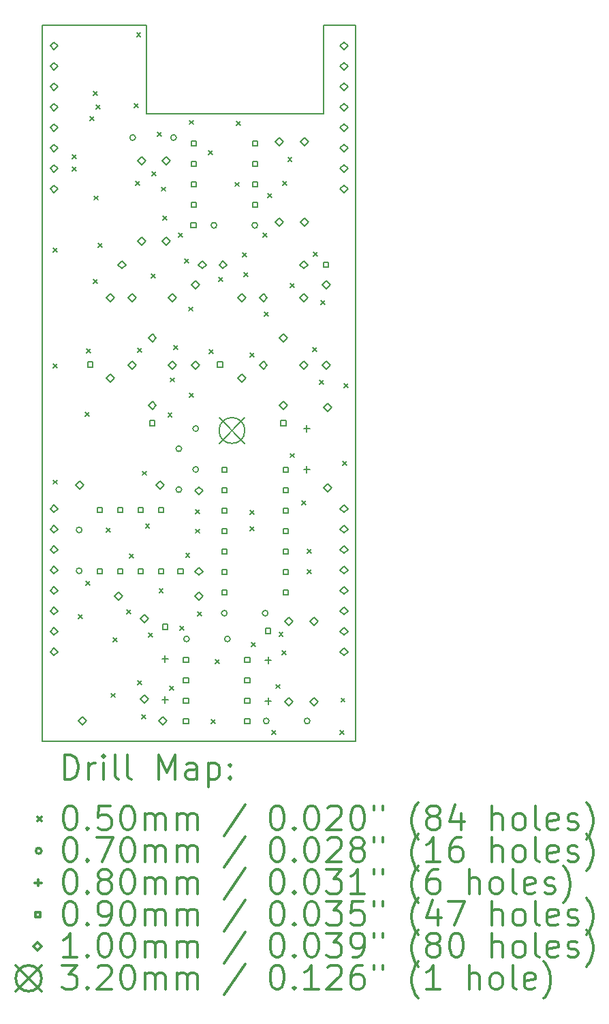
<source format=gbr>
%FSLAX45Y45*%
G04 Gerber Fmt 4.5, Leading zero omitted, Abs format (unit mm)*
G04 Created by KiCad (PCBNEW (2016-08-20 BZR 7083)-product) date Wed Apr 22 08:43:59 2020*
%MOMM*%
%LPD*%
G01*
G04 APERTURE LIST*
%ADD10C,0.127000*%
%ADD11C,0.150000*%
%ADD12C,0.200000*%
%ADD13C,0.300000*%
G04 APERTURE END LIST*
D10*
D11*
X3500000Y8900000D02*
X3900000Y8900000D01*
X1300000Y8900000D02*
X0Y8900000D01*
X1300000Y8900000D02*
X1300000Y7800000D01*
X3500000Y7800000D02*
X3500000Y8900000D01*
X1300000Y7800000D02*
X3500000Y7800000D01*
X0Y8900000D02*
X0Y0D01*
X3900000Y0D02*
X3900000Y8900000D01*
X0Y0D02*
X3900000Y0D01*
D12*
X135000Y6125000D02*
X185000Y6075000D01*
X185000Y6125000D02*
X135000Y6075000D01*
X135000Y4685000D02*
X185000Y4635000D01*
X185000Y4685000D02*
X135000Y4635000D01*
X135000Y3245000D02*
X185000Y3195000D01*
X185000Y3245000D02*
X135000Y3195000D01*
X375000Y7285000D02*
X425000Y7235000D01*
X425000Y7285000D02*
X375000Y7235000D01*
X375000Y7135000D02*
X425000Y7085000D01*
X425000Y7135000D02*
X375000Y7085000D01*
X455000Y1575000D02*
X505000Y1525000D01*
X505000Y1575000D02*
X455000Y1525000D01*
X535000Y4085000D02*
X585000Y4035000D01*
X585000Y4085000D02*
X535000Y4035000D01*
X545000Y1985000D02*
X595000Y1935000D01*
X595000Y1985000D02*
X545000Y1935000D01*
X555000Y4875000D02*
X605000Y4825000D01*
X605000Y4875000D02*
X555000Y4825000D01*
X595000Y7765000D02*
X645000Y7715000D01*
X645000Y7765000D02*
X595000Y7715000D01*
X635000Y8075000D02*
X685000Y8025000D01*
X685000Y8075000D02*
X635000Y8025000D01*
X635000Y5735000D02*
X685000Y5685000D01*
X685000Y5735000D02*
X635000Y5685000D01*
X645000Y6775000D02*
X695000Y6725000D01*
X695000Y6775000D02*
X645000Y6725000D01*
X675000Y7905000D02*
X725000Y7855000D01*
X725000Y7905000D02*
X675000Y7855000D01*
X695000Y6185000D02*
X745000Y6135000D01*
X745000Y6185000D02*
X695000Y6135000D01*
X795000Y2645000D02*
X845000Y2595000D01*
X845000Y2645000D02*
X795000Y2595000D01*
X855000Y595000D02*
X905000Y545000D01*
X905000Y595000D02*
X855000Y545000D01*
X885000Y1285000D02*
X935000Y1235000D01*
X935000Y1285000D02*
X885000Y1235000D01*
X1055000Y1635000D02*
X1105000Y1585000D01*
X1105000Y1635000D02*
X1055000Y1585000D01*
X1085000Y2325000D02*
X1135000Y2275000D01*
X1135000Y2325000D02*
X1085000Y2275000D01*
X1145000Y7925000D02*
X1195000Y7875000D01*
X1195000Y7925000D02*
X1145000Y7875000D01*
X1165000Y6955000D02*
X1215000Y6905000D01*
X1215000Y6955000D02*
X1165000Y6905000D01*
X1175000Y8805000D02*
X1225000Y8755000D01*
X1225000Y8805000D02*
X1175000Y8755000D01*
X1185000Y4885000D02*
X1235000Y4835000D01*
X1235000Y4885000D02*
X1185000Y4835000D01*
X1185000Y755000D02*
X1235000Y705000D01*
X1235000Y755000D02*
X1185000Y705000D01*
X1235000Y325000D02*
X1285000Y275000D01*
X1285000Y325000D02*
X1235000Y275000D01*
X1245000Y3355000D02*
X1295000Y3305000D01*
X1295000Y3355000D02*
X1245000Y3305000D01*
X1285000Y2695000D02*
X1335000Y2645000D01*
X1335000Y2695000D02*
X1285000Y2645000D01*
X1325000Y1345000D02*
X1375000Y1295000D01*
X1375000Y1345000D02*
X1325000Y1295000D01*
X1355000Y5805000D02*
X1405000Y5755000D01*
X1405000Y5805000D02*
X1355000Y5755000D01*
X1365000Y7075000D02*
X1415000Y7025000D01*
X1415000Y7075000D02*
X1365000Y7025000D01*
X1435000Y7565000D02*
X1485000Y7515000D01*
X1485000Y7565000D02*
X1435000Y7515000D01*
X1455000Y1895000D02*
X1505000Y1845000D01*
X1505000Y1895000D02*
X1455000Y1845000D01*
X1485000Y6885000D02*
X1535000Y6835000D01*
X1535000Y6885000D02*
X1485000Y6835000D01*
X1505000Y6525000D02*
X1555000Y6475000D01*
X1555000Y6525000D02*
X1505000Y6475000D01*
X1565000Y4075000D02*
X1615000Y4025000D01*
X1615000Y4075000D02*
X1565000Y4025000D01*
X1585000Y685000D02*
X1635000Y635000D01*
X1635000Y685000D02*
X1585000Y635000D01*
X1595000Y4515000D02*
X1645000Y4465000D01*
X1645000Y4515000D02*
X1595000Y4465000D01*
X1635000Y4915000D02*
X1685000Y4865000D01*
X1685000Y4915000D02*
X1635000Y4865000D01*
X1695000Y6315000D02*
X1745000Y6265000D01*
X1745000Y6315000D02*
X1695000Y6265000D01*
X1715000Y1425000D02*
X1765000Y1375000D01*
X1765000Y1425000D02*
X1715000Y1375000D01*
X1775000Y5995000D02*
X1825000Y5945000D01*
X1825000Y5995000D02*
X1775000Y5945000D01*
X1785000Y2335000D02*
X1835000Y2285000D01*
X1835000Y2335000D02*
X1785000Y2285000D01*
X1825000Y5395000D02*
X1875000Y5345000D01*
X1875000Y5395000D02*
X1825000Y5345000D01*
X1835000Y7715000D02*
X1885000Y7665000D01*
X1885000Y7715000D02*
X1835000Y7665000D01*
X1835000Y4325000D02*
X1885000Y4275000D01*
X1885000Y4325000D02*
X1835000Y4275000D01*
X1905000Y2875000D02*
X1955000Y2825000D01*
X1955000Y2875000D02*
X1905000Y2825000D01*
X1905000Y2635000D02*
X1955000Y2585000D01*
X1955000Y2635000D02*
X1905000Y2585000D01*
X1935000Y1605000D02*
X1985000Y1555000D01*
X1985000Y1605000D02*
X1935000Y1555000D01*
X2065000Y7335000D02*
X2115000Y7285000D01*
X2115000Y7335000D02*
X2065000Y7285000D01*
X2075000Y4865000D02*
X2125000Y4815000D01*
X2125000Y4865000D02*
X2075000Y4815000D01*
X2105000Y265000D02*
X2155000Y215000D01*
X2155000Y265000D02*
X2105000Y215000D01*
X2155000Y1015000D02*
X2205000Y965000D01*
X2205000Y1015000D02*
X2155000Y965000D01*
X2195000Y5765000D02*
X2245000Y5715000D01*
X2245000Y5765000D02*
X2195000Y5715000D01*
X2395000Y6945000D02*
X2445000Y6895000D01*
X2445000Y6945000D02*
X2395000Y6895000D01*
X2415000Y7705000D02*
X2465000Y7655000D01*
X2465000Y7705000D02*
X2415000Y7655000D01*
X2495000Y6065000D02*
X2545000Y6015000D01*
X2545000Y6065000D02*
X2495000Y6015000D01*
X2505000Y5825000D02*
X2555000Y5775000D01*
X2555000Y5825000D02*
X2505000Y5775000D01*
X2585000Y4825000D02*
X2635000Y4775000D01*
X2635000Y4825000D02*
X2585000Y4775000D01*
X2585000Y2865000D02*
X2635000Y2815000D01*
X2635000Y2865000D02*
X2585000Y2815000D01*
X2585000Y2665000D02*
X2635000Y2615000D01*
X2635000Y2665000D02*
X2585000Y2615000D01*
X2605000Y1225000D02*
X2655000Y1175000D01*
X2655000Y1225000D02*
X2605000Y1175000D01*
X2745000Y6315000D02*
X2795000Y6265000D01*
X2795000Y6315000D02*
X2745000Y6265000D01*
X2765000Y5335000D02*
X2815000Y5285000D01*
X2815000Y5335000D02*
X2765000Y5285000D01*
X2805000Y6805000D02*
X2855000Y6755000D01*
X2855000Y6805000D02*
X2805000Y6755000D01*
X2855000Y135000D02*
X2905000Y85000D01*
X2905000Y135000D02*
X2855000Y85000D01*
X2905000Y705000D02*
X2955000Y655000D01*
X2955000Y705000D02*
X2905000Y655000D01*
X2945000Y1355000D02*
X2995000Y1305000D01*
X2995000Y1355000D02*
X2945000Y1305000D01*
X2985000Y1125000D02*
X3035000Y1075000D01*
X3035000Y1125000D02*
X2985000Y1075000D01*
X2995000Y6955000D02*
X3045000Y6905000D01*
X3045000Y6955000D02*
X2995000Y6905000D01*
X3055000Y7255000D02*
X3105000Y7205000D01*
X3105000Y7255000D02*
X3055000Y7205000D01*
X3085000Y5685000D02*
X3135000Y5635000D01*
X3135000Y5685000D02*
X3085000Y5635000D01*
X3085000Y3575000D02*
X3135000Y3525000D01*
X3135000Y3575000D02*
X3085000Y3525000D01*
X3225000Y2985000D02*
X3275000Y2935000D01*
X3275000Y2985000D02*
X3225000Y2935000D01*
X3295000Y2385000D02*
X3345000Y2335000D01*
X3345000Y2385000D02*
X3295000Y2335000D01*
X3295000Y2135000D02*
X3345000Y2085000D01*
X3345000Y2135000D02*
X3295000Y2085000D01*
X3365000Y4895000D02*
X3415000Y4845000D01*
X3415000Y4895000D02*
X3365000Y4845000D01*
X3375000Y6075000D02*
X3425000Y6025000D01*
X3425000Y6075000D02*
X3375000Y6025000D01*
X3445000Y4485000D02*
X3495000Y4435000D01*
X3495000Y4485000D02*
X3445000Y4435000D01*
X3465000Y5475000D02*
X3515000Y5425000D01*
X3515000Y5475000D02*
X3465000Y5425000D01*
X3705000Y135000D02*
X3755000Y85000D01*
X3755000Y135000D02*
X3705000Y85000D01*
X3715000Y535000D02*
X3765000Y485000D01*
X3765000Y535000D02*
X3715000Y485000D01*
X3735000Y3475000D02*
X3785000Y3425000D01*
X3785000Y3475000D02*
X3735000Y3425000D01*
X3755000Y4445000D02*
X3805000Y4395000D01*
X3805000Y4445000D02*
X3755000Y4395000D01*
X495000Y2624000D02*
G75*
G03X495000Y2624000I-35000J0D01*
G01*
X495000Y2116000D02*
G75*
G03X495000Y2116000I-35000J0D01*
G01*
X1161000Y7500000D02*
G75*
G03X1161000Y7500000I-35000J0D01*
G01*
X1669000Y7500000D02*
G75*
G03X1669000Y7500000I-35000J0D01*
G01*
X1735000Y3634000D02*
G75*
G03X1735000Y3634000I-35000J0D01*
G01*
X1735000Y3126000D02*
G75*
G03X1735000Y3126000I-35000J0D01*
G01*
X1831000Y1270000D02*
G75*
G03X1831000Y1270000I-35000J0D01*
G01*
X1945000Y3884000D02*
G75*
G03X1945000Y3884000I-35000J0D01*
G01*
X1945000Y3376000D02*
G75*
G03X1945000Y3376000I-35000J0D01*
G01*
X2171000Y6410000D02*
G75*
G03X2171000Y6410000I-35000J0D01*
G01*
X2301000Y1590000D02*
G75*
G03X2301000Y1590000I-35000J0D01*
G01*
X2339000Y1270000D02*
G75*
G03X2339000Y1270000I-35000J0D01*
G01*
X2679000Y6410000D02*
G75*
G03X2679000Y6410000I-35000J0D01*
G01*
X2809000Y1590000D02*
G75*
G03X2809000Y1590000I-35000J0D01*
G01*
X2821000Y250000D02*
G75*
G03X2821000Y250000I-35000J0D01*
G01*
X3329000Y250000D02*
G75*
G03X3329000Y250000I-35000J0D01*
G01*
X1530000Y1064000D02*
X1530000Y984000D01*
X1490000Y1024000D02*
X1570000Y1024000D01*
X1530000Y556000D02*
X1530000Y476000D01*
X1490000Y516000D02*
X1570000Y516000D01*
X2810000Y1044000D02*
X2810000Y964000D01*
X2770000Y1004000D02*
X2850000Y1004000D01*
X2810000Y536000D02*
X2810000Y456000D01*
X2770000Y496000D02*
X2850000Y496000D01*
X3290000Y3924000D02*
X3290000Y3844000D01*
X3250000Y3884000D02*
X3330000Y3884000D01*
X3290000Y3416000D02*
X3290000Y3336000D01*
X3250000Y3376000D02*
X3330000Y3376000D01*
X631820Y4648180D02*
X631820Y4711820D01*
X568180Y4711820D01*
X568180Y4648180D01*
X631820Y4648180D01*
X750820Y2839180D02*
X750820Y2902820D01*
X687180Y2902820D01*
X687180Y2839180D01*
X750820Y2839180D01*
X750820Y2077180D02*
X750820Y2140820D01*
X687180Y2140820D01*
X687180Y2077180D01*
X750820Y2077180D01*
X1004820Y2839180D02*
X1004820Y2902820D01*
X941180Y2902820D01*
X941180Y2839180D01*
X1004820Y2839180D01*
X1004820Y2077180D02*
X1004820Y2140820D01*
X941180Y2140820D01*
X941180Y2077180D01*
X1004820Y2077180D01*
X1258820Y2839180D02*
X1258820Y2902820D01*
X1195180Y2902820D01*
X1195180Y2839180D01*
X1258820Y2839180D01*
X1258820Y2077180D02*
X1258820Y2140820D01*
X1195180Y2140820D01*
X1195180Y2077180D01*
X1258820Y2077180D01*
X1401820Y3918180D02*
X1401820Y3981820D01*
X1338180Y3981820D01*
X1338180Y3918180D01*
X1401820Y3918180D01*
X1512820Y2839180D02*
X1512820Y2902820D01*
X1449180Y2902820D01*
X1449180Y2839180D01*
X1512820Y2839180D01*
X1512820Y2077180D02*
X1512820Y2140820D01*
X1449180Y2140820D01*
X1449180Y2077180D01*
X1512820Y2077180D01*
X1561820Y1388180D02*
X1561820Y1451820D01*
X1498180Y1451820D01*
X1498180Y1388180D01*
X1561820Y1388180D01*
X1751820Y2078180D02*
X1751820Y2141820D01*
X1688180Y2141820D01*
X1688180Y2078180D01*
X1751820Y2078180D01*
X1820820Y979180D02*
X1820820Y1042820D01*
X1757180Y1042820D01*
X1757180Y979180D01*
X1820820Y979180D01*
X1820820Y725180D02*
X1820820Y788820D01*
X1757180Y788820D01*
X1757180Y725180D01*
X1820820Y725180D01*
X1820820Y471180D02*
X1820820Y534820D01*
X1757180Y534820D01*
X1757180Y471180D01*
X1820820Y471180D01*
X1820820Y217180D02*
X1820820Y280820D01*
X1757180Y280820D01*
X1757180Y217180D01*
X1820820Y217180D01*
X1911820Y6378180D02*
X1911820Y6441820D01*
X1848180Y6441820D01*
X1848180Y6378180D01*
X1911820Y6378180D01*
X1915820Y7394180D02*
X1915820Y7457820D01*
X1852180Y7457820D01*
X1852180Y7394180D01*
X1915820Y7394180D01*
X1915820Y7140180D02*
X1915820Y7203820D01*
X1852180Y7203820D01*
X1852180Y7140180D01*
X1915820Y7140180D01*
X1915820Y6886180D02*
X1915820Y6949820D01*
X1852180Y6949820D01*
X1852180Y6886180D01*
X1915820Y6886180D01*
X1915820Y6632180D02*
X1915820Y6695820D01*
X1852180Y6695820D01*
X1852180Y6632180D01*
X1915820Y6632180D01*
X2241820Y4648180D02*
X2241820Y4711820D01*
X2178180Y4711820D01*
X2178180Y4648180D01*
X2241820Y4648180D01*
X2300820Y3340180D02*
X2300820Y3403820D01*
X2237180Y3403820D01*
X2237180Y3340180D01*
X2300820Y3340180D01*
X2300820Y3086180D02*
X2300820Y3149820D01*
X2237180Y3149820D01*
X2237180Y3086180D01*
X2300820Y3086180D01*
X2300820Y2832180D02*
X2300820Y2895820D01*
X2237180Y2895820D01*
X2237180Y2832180D01*
X2300820Y2832180D01*
X2300820Y2578180D02*
X2300820Y2641820D01*
X2237180Y2641820D01*
X2237180Y2578180D01*
X2300820Y2578180D01*
X2300820Y2324180D02*
X2300820Y2387820D01*
X2237180Y2387820D01*
X2237180Y2324180D01*
X2300820Y2324180D01*
X2300820Y2070180D02*
X2300820Y2133820D01*
X2237180Y2133820D01*
X2237180Y2070180D01*
X2300820Y2070180D01*
X2300820Y1816180D02*
X2300820Y1879820D01*
X2237180Y1879820D01*
X2237180Y1816180D01*
X2300820Y1816180D01*
X2582820Y979180D02*
X2582820Y1042820D01*
X2519180Y1042820D01*
X2519180Y979180D01*
X2582820Y979180D01*
X2582820Y725180D02*
X2582820Y788820D01*
X2519180Y788820D01*
X2519180Y725180D01*
X2582820Y725180D01*
X2582820Y471180D02*
X2582820Y534820D01*
X2519180Y534820D01*
X2519180Y471180D01*
X2582820Y471180D01*
X2582820Y217180D02*
X2582820Y280820D01*
X2519180Y280820D01*
X2519180Y217180D01*
X2582820Y217180D01*
X2677820Y7394180D02*
X2677820Y7457820D01*
X2614180Y7457820D01*
X2614180Y7394180D01*
X2677820Y7394180D01*
X2677820Y7140180D02*
X2677820Y7203820D01*
X2614180Y7203820D01*
X2614180Y7140180D01*
X2677820Y7140180D01*
X2677820Y6886180D02*
X2677820Y6949820D01*
X2614180Y6949820D01*
X2614180Y6886180D01*
X2677820Y6886180D01*
X2677820Y6632180D02*
X2677820Y6695820D01*
X2614180Y6695820D01*
X2614180Y6632180D01*
X2677820Y6632180D01*
X2841820Y1338180D02*
X2841820Y1401820D01*
X2778180Y1401820D01*
X2778180Y1338180D01*
X2841820Y1338180D01*
X3031820Y3918180D02*
X3031820Y3981820D01*
X2968180Y3981820D01*
X2968180Y3918180D01*
X3031820Y3918180D01*
X3062820Y3340180D02*
X3062820Y3403820D01*
X2999180Y3403820D01*
X2999180Y3340180D01*
X3062820Y3340180D01*
X3062820Y3086180D02*
X3062820Y3149820D01*
X2999180Y3149820D01*
X2999180Y3086180D01*
X3062820Y3086180D01*
X3062820Y2832180D02*
X3062820Y2895820D01*
X2999180Y2895820D01*
X2999180Y2832180D01*
X3062820Y2832180D01*
X3062820Y2578180D02*
X3062820Y2641820D01*
X2999180Y2641820D01*
X2999180Y2578180D01*
X3062820Y2578180D01*
X3062820Y2324180D02*
X3062820Y2387820D01*
X2999180Y2387820D01*
X2999180Y2324180D01*
X3062820Y2324180D01*
X3062820Y2070180D02*
X3062820Y2133820D01*
X2999180Y2133820D01*
X2999180Y2070180D01*
X3062820Y2070180D01*
X3062820Y1816180D02*
X3062820Y1879820D01*
X2999180Y1879820D01*
X2999180Y1816180D01*
X3062820Y1816180D01*
X3561820Y5888180D02*
X3561820Y5951820D01*
X3498180Y5951820D01*
X3498180Y5888180D01*
X3561820Y5888180D01*
X150000Y8589000D02*
X200000Y8639000D01*
X150000Y8689000D01*
X100000Y8639000D01*
X150000Y8589000D01*
X150000Y8335000D02*
X200000Y8385000D01*
X150000Y8435000D01*
X100000Y8385000D01*
X150000Y8335000D01*
X150000Y8081000D02*
X200000Y8131000D01*
X150000Y8181000D01*
X100000Y8131000D01*
X150000Y8081000D01*
X150000Y7827000D02*
X200000Y7877000D01*
X150000Y7927000D01*
X100000Y7877000D01*
X150000Y7827000D01*
X150000Y7573000D02*
X200000Y7623000D01*
X150000Y7673000D01*
X100000Y7623000D01*
X150000Y7573000D01*
X150000Y7319000D02*
X200000Y7369000D01*
X150000Y7419000D01*
X100000Y7369000D01*
X150000Y7319000D01*
X150000Y7065000D02*
X200000Y7115000D01*
X150000Y7165000D01*
X100000Y7115000D01*
X150000Y7065000D01*
X150000Y6811000D02*
X200000Y6861000D01*
X150000Y6911000D01*
X100000Y6861000D01*
X150000Y6811000D01*
X150000Y2839000D02*
X200000Y2889000D01*
X150000Y2939000D01*
X100000Y2889000D01*
X150000Y2839000D01*
X150000Y2585000D02*
X200000Y2635000D01*
X150000Y2685000D01*
X100000Y2635000D01*
X150000Y2585000D01*
X150000Y2331000D02*
X200000Y2381000D01*
X150000Y2431000D01*
X100000Y2381000D01*
X150000Y2331000D01*
X150000Y2077000D02*
X200000Y2127000D01*
X150000Y2177000D01*
X100000Y2127000D01*
X150000Y2077000D01*
X150000Y1823000D02*
X200000Y1873000D01*
X150000Y1923000D01*
X100000Y1873000D01*
X150000Y1823000D01*
X150000Y1569000D02*
X200000Y1619000D01*
X150000Y1669000D01*
X100000Y1619000D01*
X150000Y1569000D01*
X150000Y1315000D02*
X200000Y1365000D01*
X150000Y1415000D01*
X100000Y1365000D01*
X150000Y1315000D01*
X150000Y1061000D02*
X200000Y1111000D01*
X150000Y1161000D01*
X100000Y1111000D01*
X150000Y1061000D01*
X470000Y3130000D02*
X520000Y3180000D01*
X470000Y3230000D01*
X420000Y3180000D01*
X470000Y3130000D01*
X500000Y200000D02*
X550000Y250000D01*
X500000Y300000D01*
X450000Y250000D01*
X500000Y200000D01*
X850000Y5460000D02*
X900000Y5510000D01*
X850000Y5560000D01*
X800000Y5510000D01*
X850000Y5460000D01*
X850000Y4460000D02*
X900000Y4510000D01*
X850000Y4560000D01*
X800000Y4510000D01*
X850000Y4460000D01*
X950000Y1750000D02*
X1000000Y1800000D01*
X950000Y1850000D01*
X900000Y1800000D01*
X950000Y1750000D01*
X990000Y5870000D02*
X1040000Y5920000D01*
X990000Y5970000D01*
X940000Y5920000D01*
X990000Y5870000D01*
X1120000Y5460000D02*
X1170000Y5510000D01*
X1120000Y5560000D01*
X1070000Y5510000D01*
X1120000Y5460000D01*
X1120000Y4620000D02*
X1170000Y4670000D01*
X1120000Y4720000D01*
X1070000Y4670000D01*
X1120000Y4620000D01*
X1240000Y7160000D02*
X1290000Y7210000D01*
X1240000Y7260000D01*
X1190000Y7210000D01*
X1240000Y7160000D01*
X1240000Y6160000D02*
X1290000Y6210000D01*
X1240000Y6260000D01*
X1190000Y6210000D01*
X1240000Y6160000D01*
X1270000Y1470000D02*
X1320000Y1520000D01*
X1270000Y1570000D01*
X1220000Y1520000D01*
X1270000Y1470000D01*
X1270000Y470000D02*
X1320000Y520000D01*
X1270000Y570000D01*
X1220000Y520000D01*
X1270000Y470000D01*
X1370000Y4960000D02*
X1420000Y5010000D01*
X1370000Y5060000D01*
X1320000Y5010000D01*
X1370000Y4960000D01*
X1370000Y4120000D02*
X1420000Y4170000D01*
X1370000Y4220000D01*
X1320000Y4170000D01*
X1370000Y4120000D01*
X1470000Y3130000D02*
X1520000Y3180000D01*
X1470000Y3230000D01*
X1420000Y3180000D01*
X1470000Y3130000D01*
X1500000Y200000D02*
X1550000Y250000D01*
X1500000Y300000D01*
X1450000Y250000D01*
X1500000Y200000D01*
X1540000Y7160000D02*
X1590000Y7210000D01*
X1540000Y7260000D01*
X1490000Y7210000D01*
X1540000Y7160000D01*
X1540000Y6160000D02*
X1590000Y6210000D01*
X1540000Y6260000D01*
X1490000Y6210000D01*
X1540000Y6160000D01*
X1620000Y5460000D02*
X1670000Y5510000D01*
X1620000Y5560000D01*
X1570000Y5510000D01*
X1620000Y5460000D01*
X1620000Y4620000D02*
X1670000Y4670000D01*
X1620000Y4720000D01*
X1570000Y4670000D01*
X1620000Y4620000D01*
X1910000Y5620000D02*
X1960000Y5670000D01*
X1910000Y5720000D01*
X1860000Y5670000D01*
X1910000Y5620000D01*
X1910000Y4620000D02*
X1960000Y4670000D01*
X1910000Y4720000D01*
X1860000Y4670000D01*
X1910000Y4620000D01*
X1950000Y3060000D02*
X2000000Y3110000D01*
X1950000Y3160000D01*
X1900000Y3110000D01*
X1950000Y3060000D01*
X1950000Y2060000D02*
X2000000Y2110000D01*
X1950000Y2160000D01*
X1900000Y2110000D01*
X1950000Y2060000D01*
X1950000Y1750000D02*
X2000000Y1800000D01*
X1950000Y1850000D01*
X1900000Y1800000D01*
X1950000Y1750000D01*
X1990000Y5870000D02*
X2040000Y5920000D01*
X1990000Y5970000D01*
X1940000Y5920000D01*
X1990000Y5870000D01*
X2250000Y5870000D02*
X2300000Y5920000D01*
X2250000Y5970000D01*
X2200000Y5920000D01*
X2250000Y5870000D01*
X2480000Y5460000D02*
X2530000Y5510000D01*
X2480000Y5560000D01*
X2430000Y5510000D01*
X2480000Y5460000D01*
X2480000Y4460000D02*
X2530000Y4510000D01*
X2480000Y4560000D01*
X2430000Y4510000D01*
X2480000Y4460000D01*
X2750000Y5460000D02*
X2800000Y5510000D01*
X2750000Y5560000D01*
X2700000Y5510000D01*
X2750000Y5460000D01*
X2750000Y4620000D02*
X2800000Y4670000D01*
X2750000Y4720000D01*
X2700000Y4670000D01*
X2750000Y4620000D01*
X2950000Y7400000D02*
X3000000Y7450000D01*
X2950000Y7500000D01*
X2900000Y7450000D01*
X2950000Y7400000D01*
X2950000Y6400000D02*
X3000000Y6450000D01*
X2950000Y6500000D01*
X2900000Y6450000D01*
X2950000Y6400000D01*
X3000000Y4960000D02*
X3050000Y5010000D01*
X3000000Y5060000D01*
X2950000Y5010000D01*
X3000000Y4960000D01*
X3000000Y4120000D02*
X3050000Y4170000D01*
X3000000Y4220000D01*
X2950000Y4170000D01*
X3000000Y4120000D01*
X3070000Y1440000D02*
X3120000Y1490000D01*
X3070000Y1540000D01*
X3020000Y1490000D01*
X3070000Y1440000D01*
X3070000Y440000D02*
X3120000Y490000D01*
X3070000Y540000D01*
X3020000Y490000D01*
X3070000Y440000D01*
X3250000Y5870000D02*
X3300000Y5920000D01*
X3250000Y5970000D01*
X3200000Y5920000D01*
X3250000Y5870000D01*
X3250000Y5460000D02*
X3300000Y5510000D01*
X3250000Y5560000D01*
X3200000Y5510000D01*
X3250000Y5460000D01*
X3250000Y4620000D02*
X3300000Y4670000D01*
X3250000Y4720000D01*
X3200000Y4670000D01*
X3250000Y4620000D01*
X3260000Y7400000D02*
X3310000Y7450000D01*
X3260000Y7500000D01*
X3210000Y7450000D01*
X3260000Y7400000D01*
X3260000Y6400000D02*
X3310000Y6450000D01*
X3260000Y6500000D01*
X3210000Y6450000D01*
X3260000Y6400000D01*
X3380000Y1440000D02*
X3430000Y1490000D01*
X3380000Y1540000D01*
X3330000Y1490000D01*
X3380000Y1440000D01*
X3380000Y440000D02*
X3430000Y490000D01*
X3380000Y540000D01*
X3330000Y490000D01*
X3380000Y440000D01*
X3530000Y5620000D02*
X3580000Y5670000D01*
X3530000Y5720000D01*
X3480000Y5670000D01*
X3530000Y5620000D01*
X3530000Y4620000D02*
X3580000Y4670000D01*
X3530000Y4720000D01*
X3480000Y4670000D01*
X3530000Y4620000D01*
X3550000Y4100000D02*
X3600000Y4150000D01*
X3550000Y4200000D01*
X3500000Y4150000D01*
X3550000Y4100000D01*
X3550000Y3100000D02*
X3600000Y3150000D01*
X3550000Y3200000D01*
X3500000Y3150000D01*
X3550000Y3100000D01*
X3750000Y8589000D02*
X3800000Y8639000D01*
X3750000Y8689000D01*
X3700000Y8639000D01*
X3750000Y8589000D01*
X3750000Y8335000D02*
X3800000Y8385000D01*
X3750000Y8435000D01*
X3700000Y8385000D01*
X3750000Y8335000D01*
X3750000Y8081000D02*
X3800000Y8131000D01*
X3750000Y8181000D01*
X3700000Y8131000D01*
X3750000Y8081000D01*
X3750000Y7827000D02*
X3800000Y7877000D01*
X3750000Y7927000D01*
X3700000Y7877000D01*
X3750000Y7827000D01*
X3750000Y7573000D02*
X3800000Y7623000D01*
X3750000Y7673000D01*
X3700000Y7623000D01*
X3750000Y7573000D01*
X3750000Y7319000D02*
X3800000Y7369000D01*
X3750000Y7419000D01*
X3700000Y7369000D01*
X3750000Y7319000D01*
X3750000Y7065000D02*
X3800000Y7115000D01*
X3750000Y7165000D01*
X3700000Y7115000D01*
X3750000Y7065000D01*
X3750000Y6811000D02*
X3800000Y6861000D01*
X3750000Y6911000D01*
X3700000Y6861000D01*
X3750000Y6811000D01*
X3750000Y2839000D02*
X3800000Y2889000D01*
X3750000Y2939000D01*
X3700000Y2889000D01*
X3750000Y2839000D01*
X3750000Y2585000D02*
X3800000Y2635000D01*
X3750000Y2685000D01*
X3700000Y2635000D01*
X3750000Y2585000D01*
X3750000Y2331000D02*
X3800000Y2381000D01*
X3750000Y2431000D01*
X3700000Y2381000D01*
X3750000Y2331000D01*
X3750000Y2077000D02*
X3800000Y2127000D01*
X3750000Y2177000D01*
X3700000Y2127000D01*
X3750000Y2077000D01*
X3750000Y1823000D02*
X3800000Y1873000D01*
X3750000Y1923000D01*
X3700000Y1873000D01*
X3750000Y1823000D01*
X3750000Y1569000D02*
X3800000Y1619000D01*
X3750000Y1669000D01*
X3700000Y1619000D01*
X3750000Y1569000D01*
X3750000Y1315000D02*
X3800000Y1365000D01*
X3750000Y1415000D01*
X3700000Y1365000D01*
X3750000Y1315000D01*
X3750000Y1061000D02*
X3800000Y1111000D01*
X3750000Y1161000D01*
X3700000Y1111000D01*
X3750000Y1061000D01*
X2200000Y4020000D02*
X2520000Y3700000D01*
X2520000Y4020000D02*
X2200000Y3700000D01*
X2520000Y3860000D02*
G75*
G03X2520000Y3860000I-160000J0D01*
G01*
D13*
X278928Y-473214D02*
X278928Y-173214D01*
X350357Y-173214D01*
X393214Y-187500D01*
X421786Y-216071D01*
X436071Y-244643D01*
X450357Y-301786D01*
X450357Y-344643D01*
X436071Y-401786D01*
X421786Y-430357D01*
X393214Y-458929D01*
X350357Y-473214D01*
X278928Y-473214D01*
X578928Y-473214D02*
X578928Y-273214D01*
X578928Y-330357D02*
X593214Y-301786D01*
X607500Y-287500D01*
X636071Y-273214D01*
X664643Y-273214D01*
X764643Y-473214D02*
X764643Y-273214D01*
X764643Y-173214D02*
X750357Y-187500D01*
X764643Y-201786D01*
X778928Y-187500D01*
X764643Y-173214D01*
X764643Y-201786D01*
X950357Y-473214D02*
X921786Y-458929D01*
X907500Y-430357D01*
X907500Y-173214D01*
X1107500Y-473214D02*
X1078928Y-458929D01*
X1064643Y-430357D01*
X1064643Y-173214D01*
X1450357Y-473214D02*
X1450357Y-173214D01*
X1550357Y-387500D01*
X1650357Y-173214D01*
X1650357Y-473214D01*
X1921786Y-473214D02*
X1921786Y-316072D01*
X1907500Y-287500D01*
X1878928Y-273214D01*
X1821786Y-273214D01*
X1793214Y-287500D01*
X1921786Y-458929D02*
X1893214Y-473214D01*
X1821786Y-473214D01*
X1793214Y-458929D01*
X1778928Y-430357D01*
X1778928Y-401786D01*
X1793214Y-373214D01*
X1821786Y-358929D01*
X1893214Y-358929D01*
X1921786Y-344643D01*
X2064643Y-273214D02*
X2064643Y-573214D01*
X2064643Y-287500D02*
X2093214Y-273214D01*
X2150357Y-273214D01*
X2178928Y-287500D01*
X2193214Y-301786D01*
X2207500Y-330357D01*
X2207500Y-416071D01*
X2193214Y-444643D01*
X2178928Y-458929D01*
X2150357Y-473214D01*
X2093214Y-473214D01*
X2064643Y-458929D01*
X2336071Y-444643D02*
X2350357Y-458929D01*
X2336071Y-473214D01*
X2321786Y-458929D01*
X2336071Y-444643D01*
X2336071Y-473214D01*
X2336071Y-287500D02*
X2350357Y-301786D01*
X2336071Y-316072D01*
X2321786Y-301786D01*
X2336071Y-287500D01*
X2336071Y-316072D01*
X-57500Y-942500D02*
X-7500Y-992500D01*
X-7500Y-942500D02*
X-57500Y-992500D01*
X336071Y-803214D02*
X364643Y-803214D01*
X393214Y-817500D01*
X407500Y-831786D01*
X421786Y-860357D01*
X436071Y-917500D01*
X436071Y-988929D01*
X421786Y-1046071D01*
X407500Y-1074643D01*
X393214Y-1088929D01*
X364643Y-1103214D01*
X336071Y-1103214D01*
X307500Y-1088929D01*
X293214Y-1074643D01*
X278928Y-1046071D01*
X264643Y-988929D01*
X264643Y-917500D01*
X278928Y-860357D01*
X293214Y-831786D01*
X307500Y-817500D01*
X336071Y-803214D01*
X564643Y-1074643D02*
X578928Y-1088929D01*
X564643Y-1103214D01*
X550357Y-1088929D01*
X564643Y-1074643D01*
X564643Y-1103214D01*
X850357Y-803214D02*
X707500Y-803214D01*
X693214Y-946071D01*
X707500Y-931786D01*
X736071Y-917500D01*
X807500Y-917500D01*
X836071Y-931786D01*
X850357Y-946071D01*
X864643Y-974643D01*
X864643Y-1046071D01*
X850357Y-1074643D01*
X836071Y-1088929D01*
X807500Y-1103214D01*
X736071Y-1103214D01*
X707500Y-1088929D01*
X693214Y-1074643D01*
X1050357Y-803214D02*
X1078928Y-803214D01*
X1107500Y-817500D01*
X1121786Y-831786D01*
X1136071Y-860357D01*
X1150357Y-917500D01*
X1150357Y-988929D01*
X1136071Y-1046071D01*
X1121786Y-1074643D01*
X1107500Y-1088929D01*
X1078928Y-1103214D01*
X1050357Y-1103214D01*
X1021786Y-1088929D01*
X1007500Y-1074643D01*
X993214Y-1046071D01*
X978928Y-988929D01*
X978928Y-917500D01*
X993214Y-860357D01*
X1007500Y-831786D01*
X1021786Y-817500D01*
X1050357Y-803214D01*
X1278928Y-1103214D02*
X1278928Y-903214D01*
X1278928Y-931786D02*
X1293214Y-917500D01*
X1321786Y-903214D01*
X1364643Y-903214D01*
X1393214Y-917500D01*
X1407500Y-946071D01*
X1407500Y-1103214D01*
X1407500Y-946071D02*
X1421786Y-917500D01*
X1450357Y-903214D01*
X1493214Y-903214D01*
X1521786Y-917500D01*
X1536071Y-946071D01*
X1536071Y-1103214D01*
X1678928Y-1103214D02*
X1678928Y-903214D01*
X1678928Y-931786D02*
X1693214Y-917500D01*
X1721786Y-903214D01*
X1764643Y-903214D01*
X1793214Y-917500D01*
X1807500Y-946071D01*
X1807500Y-1103214D01*
X1807500Y-946071D02*
X1821786Y-917500D01*
X1850357Y-903214D01*
X1893214Y-903214D01*
X1921786Y-917500D01*
X1936071Y-946071D01*
X1936071Y-1103214D01*
X2521786Y-788929D02*
X2264643Y-1174643D01*
X2907500Y-803214D02*
X2936071Y-803214D01*
X2964643Y-817500D01*
X2978928Y-831786D01*
X2993214Y-860357D01*
X3007500Y-917500D01*
X3007500Y-988929D01*
X2993214Y-1046071D01*
X2978928Y-1074643D01*
X2964643Y-1088929D01*
X2936071Y-1103214D01*
X2907500Y-1103214D01*
X2878928Y-1088929D01*
X2864643Y-1074643D01*
X2850357Y-1046071D01*
X2836071Y-988929D01*
X2836071Y-917500D01*
X2850357Y-860357D01*
X2864643Y-831786D01*
X2878928Y-817500D01*
X2907500Y-803214D01*
X3136071Y-1074643D02*
X3150357Y-1088929D01*
X3136071Y-1103214D01*
X3121786Y-1088929D01*
X3136071Y-1074643D01*
X3136071Y-1103214D01*
X3336071Y-803214D02*
X3364643Y-803214D01*
X3393214Y-817500D01*
X3407500Y-831786D01*
X3421786Y-860357D01*
X3436071Y-917500D01*
X3436071Y-988929D01*
X3421786Y-1046071D01*
X3407500Y-1074643D01*
X3393214Y-1088929D01*
X3364643Y-1103214D01*
X3336071Y-1103214D01*
X3307500Y-1088929D01*
X3293214Y-1074643D01*
X3278928Y-1046071D01*
X3264643Y-988929D01*
X3264643Y-917500D01*
X3278928Y-860357D01*
X3293214Y-831786D01*
X3307500Y-817500D01*
X3336071Y-803214D01*
X3550357Y-831786D02*
X3564643Y-817500D01*
X3593214Y-803214D01*
X3664643Y-803214D01*
X3693214Y-817500D01*
X3707500Y-831786D01*
X3721786Y-860357D01*
X3721786Y-888929D01*
X3707500Y-931786D01*
X3536071Y-1103214D01*
X3721786Y-1103214D01*
X3907500Y-803214D02*
X3936071Y-803214D01*
X3964643Y-817500D01*
X3978928Y-831786D01*
X3993214Y-860357D01*
X4007500Y-917500D01*
X4007500Y-988929D01*
X3993214Y-1046071D01*
X3978928Y-1074643D01*
X3964643Y-1088929D01*
X3936071Y-1103214D01*
X3907500Y-1103214D01*
X3878928Y-1088929D01*
X3864643Y-1074643D01*
X3850357Y-1046071D01*
X3836071Y-988929D01*
X3836071Y-917500D01*
X3850357Y-860357D01*
X3864643Y-831786D01*
X3878928Y-817500D01*
X3907500Y-803214D01*
X4121786Y-803214D02*
X4121786Y-860357D01*
X4236071Y-803214D02*
X4236071Y-860357D01*
X4678928Y-1217500D02*
X4664643Y-1203214D01*
X4636071Y-1160357D01*
X4621786Y-1131786D01*
X4607500Y-1088929D01*
X4593214Y-1017500D01*
X4593214Y-960357D01*
X4607500Y-888929D01*
X4621786Y-846071D01*
X4636071Y-817500D01*
X4664643Y-774643D01*
X4678928Y-760357D01*
X4836071Y-931786D02*
X4807500Y-917500D01*
X4793214Y-903214D01*
X4778928Y-874643D01*
X4778928Y-860357D01*
X4793214Y-831786D01*
X4807500Y-817500D01*
X4836071Y-803214D01*
X4893214Y-803214D01*
X4921786Y-817500D01*
X4936071Y-831786D01*
X4950357Y-860357D01*
X4950357Y-874643D01*
X4936071Y-903214D01*
X4921786Y-917500D01*
X4893214Y-931786D01*
X4836071Y-931786D01*
X4807500Y-946071D01*
X4793214Y-960357D01*
X4778928Y-988929D01*
X4778928Y-1046071D01*
X4793214Y-1074643D01*
X4807500Y-1088929D01*
X4836071Y-1103214D01*
X4893214Y-1103214D01*
X4921786Y-1088929D01*
X4936071Y-1074643D01*
X4950357Y-1046071D01*
X4950357Y-988929D01*
X4936071Y-960357D01*
X4921786Y-946071D01*
X4893214Y-931786D01*
X5207500Y-903214D02*
X5207500Y-1103214D01*
X5136071Y-788929D02*
X5064643Y-1003214D01*
X5250357Y-1003214D01*
X5593214Y-1103214D02*
X5593214Y-803214D01*
X5721786Y-1103214D02*
X5721786Y-946071D01*
X5707500Y-917500D01*
X5678928Y-903214D01*
X5636071Y-903214D01*
X5607500Y-917500D01*
X5593214Y-931786D01*
X5907500Y-1103214D02*
X5878928Y-1088929D01*
X5864643Y-1074643D01*
X5850357Y-1046071D01*
X5850357Y-960357D01*
X5864643Y-931786D01*
X5878928Y-917500D01*
X5907500Y-903214D01*
X5950357Y-903214D01*
X5978928Y-917500D01*
X5993214Y-931786D01*
X6007500Y-960357D01*
X6007500Y-1046071D01*
X5993214Y-1074643D01*
X5978928Y-1088929D01*
X5950357Y-1103214D01*
X5907500Y-1103214D01*
X6178928Y-1103214D02*
X6150357Y-1088929D01*
X6136071Y-1060357D01*
X6136071Y-803214D01*
X6407500Y-1088929D02*
X6378928Y-1103214D01*
X6321786Y-1103214D01*
X6293214Y-1088929D01*
X6278928Y-1060357D01*
X6278928Y-946071D01*
X6293214Y-917500D01*
X6321786Y-903214D01*
X6378928Y-903214D01*
X6407500Y-917500D01*
X6421786Y-946071D01*
X6421786Y-974643D01*
X6278928Y-1003214D01*
X6536071Y-1088929D02*
X6564643Y-1103214D01*
X6621786Y-1103214D01*
X6650357Y-1088929D01*
X6664643Y-1060357D01*
X6664643Y-1046071D01*
X6650357Y-1017500D01*
X6621786Y-1003214D01*
X6578928Y-1003214D01*
X6550357Y-988929D01*
X6536071Y-960357D01*
X6536071Y-946071D01*
X6550357Y-917500D01*
X6578928Y-903214D01*
X6621786Y-903214D01*
X6650357Y-917500D01*
X6764643Y-1217500D02*
X6778928Y-1203214D01*
X6807500Y-1160357D01*
X6821786Y-1131786D01*
X6836071Y-1088929D01*
X6850357Y-1017500D01*
X6850357Y-960357D01*
X6836071Y-888929D01*
X6821786Y-846071D01*
X6807500Y-817500D01*
X6778928Y-774643D01*
X6764643Y-760357D01*
X-7500Y-1363500D02*
G75*
G03X-7500Y-1363500I-35000J0D01*
G01*
X336071Y-1199214D02*
X364643Y-1199214D01*
X393214Y-1213500D01*
X407500Y-1227786D01*
X421786Y-1256357D01*
X436071Y-1313500D01*
X436071Y-1384929D01*
X421786Y-1442071D01*
X407500Y-1470643D01*
X393214Y-1484929D01*
X364643Y-1499214D01*
X336071Y-1499214D01*
X307500Y-1484929D01*
X293214Y-1470643D01*
X278928Y-1442071D01*
X264643Y-1384929D01*
X264643Y-1313500D01*
X278928Y-1256357D01*
X293214Y-1227786D01*
X307500Y-1213500D01*
X336071Y-1199214D01*
X564643Y-1470643D02*
X578928Y-1484929D01*
X564643Y-1499214D01*
X550357Y-1484929D01*
X564643Y-1470643D01*
X564643Y-1499214D01*
X678928Y-1199214D02*
X878928Y-1199214D01*
X750357Y-1499214D01*
X1050357Y-1199214D02*
X1078928Y-1199214D01*
X1107500Y-1213500D01*
X1121786Y-1227786D01*
X1136071Y-1256357D01*
X1150357Y-1313500D01*
X1150357Y-1384929D01*
X1136071Y-1442071D01*
X1121786Y-1470643D01*
X1107500Y-1484929D01*
X1078928Y-1499214D01*
X1050357Y-1499214D01*
X1021786Y-1484929D01*
X1007500Y-1470643D01*
X993214Y-1442071D01*
X978928Y-1384929D01*
X978928Y-1313500D01*
X993214Y-1256357D01*
X1007500Y-1227786D01*
X1021786Y-1213500D01*
X1050357Y-1199214D01*
X1278928Y-1499214D02*
X1278928Y-1299214D01*
X1278928Y-1327786D02*
X1293214Y-1313500D01*
X1321786Y-1299214D01*
X1364643Y-1299214D01*
X1393214Y-1313500D01*
X1407500Y-1342072D01*
X1407500Y-1499214D01*
X1407500Y-1342072D02*
X1421786Y-1313500D01*
X1450357Y-1299214D01*
X1493214Y-1299214D01*
X1521786Y-1313500D01*
X1536071Y-1342072D01*
X1536071Y-1499214D01*
X1678928Y-1499214D02*
X1678928Y-1299214D01*
X1678928Y-1327786D02*
X1693214Y-1313500D01*
X1721786Y-1299214D01*
X1764643Y-1299214D01*
X1793214Y-1313500D01*
X1807500Y-1342072D01*
X1807500Y-1499214D01*
X1807500Y-1342072D02*
X1821786Y-1313500D01*
X1850357Y-1299214D01*
X1893214Y-1299214D01*
X1921786Y-1313500D01*
X1936071Y-1342072D01*
X1936071Y-1499214D01*
X2521786Y-1184929D02*
X2264643Y-1570643D01*
X2907500Y-1199214D02*
X2936071Y-1199214D01*
X2964643Y-1213500D01*
X2978928Y-1227786D01*
X2993214Y-1256357D01*
X3007500Y-1313500D01*
X3007500Y-1384929D01*
X2993214Y-1442071D01*
X2978928Y-1470643D01*
X2964643Y-1484929D01*
X2936071Y-1499214D01*
X2907500Y-1499214D01*
X2878928Y-1484929D01*
X2864643Y-1470643D01*
X2850357Y-1442071D01*
X2836071Y-1384929D01*
X2836071Y-1313500D01*
X2850357Y-1256357D01*
X2864643Y-1227786D01*
X2878928Y-1213500D01*
X2907500Y-1199214D01*
X3136071Y-1470643D02*
X3150357Y-1484929D01*
X3136071Y-1499214D01*
X3121786Y-1484929D01*
X3136071Y-1470643D01*
X3136071Y-1499214D01*
X3336071Y-1199214D02*
X3364643Y-1199214D01*
X3393214Y-1213500D01*
X3407500Y-1227786D01*
X3421786Y-1256357D01*
X3436071Y-1313500D01*
X3436071Y-1384929D01*
X3421786Y-1442071D01*
X3407500Y-1470643D01*
X3393214Y-1484929D01*
X3364643Y-1499214D01*
X3336071Y-1499214D01*
X3307500Y-1484929D01*
X3293214Y-1470643D01*
X3278928Y-1442071D01*
X3264643Y-1384929D01*
X3264643Y-1313500D01*
X3278928Y-1256357D01*
X3293214Y-1227786D01*
X3307500Y-1213500D01*
X3336071Y-1199214D01*
X3550357Y-1227786D02*
X3564643Y-1213500D01*
X3593214Y-1199214D01*
X3664643Y-1199214D01*
X3693214Y-1213500D01*
X3707500Y-1227786D01*
X3721786Y-1256357D01*
X3721786Y-1284929D01*
X3707500Y-1327786D01*
X3536071Y-1499214D01*
X3721786Y-1499214D01*
X3893214Y-1327786D02*
X3864643Y-1313500D01*
X3850357Y-1299214D01*
X3836071Y-1270643D01*
X3836071Y-1256357D01*
X3850357Y-1227786D01*
X3864643Y-1213500D01*
X3893214Y-1199214D01*
X3950357Y-1199214D01*
X3978928Y-1213500D01*
X3993214Y-1227786D01*
X4007500Y-1256357D01*
X4007500Y-1270643D01*
X3993214Y-1299214D01*
X3978928Y-1313500D01*
X3950357Y-1327786D01*
X3893214Y-1327786D01*
X3864643Y-1342072D01*
X3850357Y-1356357D01*
X3836071Y-1384929D01*
X3836071Y-1442071D01*
X3850357Y-1470643D01*
X3864643Y-1484929D01*
X3893214Y-1499214D01*
X3950357Y-1499214D01*
X3978928Y-1484929D01*
X3993214Y-1470643D01*
X4007500Y-1442071D01*
X4007500Y-1384929D01*
X3993214Y-1356357D01*
X3978928Y-1342072D01*
X3950357Y-1327786D01*
X4121786Y-1199214D02*
X4121786Y-1256357D01*
X4236071Y-1199214D02*
X4236071Y-1256357D01*
X4678928Y-1613500D02*
X4664643Y-1599214D01*
X4636071Y-1556357D01*
X4621786Y-1527786D01*
X4607500Y-1484929D01*
X4593214Y-1413500D01*
X4593214Y-1356357D01*
X4607500Y-1284929D01*
X4621786Y-1242072D01*
X4636071Y-1213500D01*
X4664643Y-1170643D01*
X4678928Y-1156357D01*
X4950357Y-1499214D02*
X4778928Y-1499214D01*
X4864643Y-1499214D02*
X4864643Y-1199214D01*
X4836071Y-1242072D01*
X4807500Y-1270643D01*
X4778928Y-1284929D01*
X5207500Y-1199214D02*
X5150357Y-1199214D01*
X5121786Y-1213500D01*
X5107500Y-1227786D01*
X5078928Y-1270643D01*
X5064643Y-1327786D01*
X5064643Y-1442071D01*
X5078928Y-1470643D01*
X5093214Y-1484929D01*
X5121786Y-1499214D01*
X5178928Y-1499214D01*
X5207500Y-1484929D01*
X5221786Y-1470643D01*
X5236071Y-1442071D01*
X5236071Y-1370643D01*
X5221786Y-1342072D01*
X5207500Y-1327786D01*
X5178928Y-1313500D01*
X5121786Y-1313500D01*
X5093214Y-1327786D01*
X5078928Y-1342072D01*
X5064643Y-1370643D01*
X5593214Y-1499214D02*
X5593214Y-1199214D01*
X5721786Y-1499214D02*
X5721786Y-1342072D01*
X5707500Y-1313500D01*
X5678928Y-1299214D01*
X5636071Y-1299214D01*
X5607500Y-1313500D01*
X5593214Y-1327786D01*
X5907500Y-1499214D02*
X5878928Y-1484929D01*
X5864643Y-1470643D01*
X5850357Y-1442071D01*
X5850357Y-1356357D01*
X5864643Y-1327786D01*
X5878928Y-1313500D01*
X5907500Y-1299214D01*
X5950357Y-1299214D01*
X5978928Y-1313500D01*
X5993214Y-1327786D01*
X6007500Y-1356357D01*
X6007500Y-1442071D01*
X5993214Y-1470643D01*
X5978928Y-1484929D01*
X5950357Y-1499214D01*
X5907500Y-1499214D01*
X6178928Y-1499214D02*
X6150357Y-1484929D01*
X6136071Y-1456357D01*
X6136071Y-1199214D01*
X6407500Y-1484929D02*
X6378928Y-1499214D01*
X6321786Y-1499214D01*
X6293214Y-1484929D01*
X6278928Y-1456357D01*
X6278928Y-1342072D01*
X6293214Y-1313500D01*
X6321786Y-1299214D01*
X6378928Y-1299214D01*
X6407500Y-1313500D01*
X6421786Y-1342072D01*
X6421786Y-1370643D01*
X6278928Y-1399214D01*
X6536071Y-1484929D02*
X6564643Y-1499214D01*
X6621786Y-1499214D01*
X6650357Y-1484929D01*
X6664643Y-1456357D01*
X6664643Y-1442071D01*
X6650357Y-1413500D01*
X6621786Y-1399214D01*
X6578928Y-1399214D01*
X6550357Y-1384929D01*
X6536071Y-1356357D01*
X6536071Y-1342072D01*
X6550357Y-1313500D01*
X6578928Y-1299214D01*
X6621786Y-1299214D01*
X6650357Y-1313500D01*
X6764643Y-1613500D02*
X6778928Y-1599214D01*
X6807500Y-1556357D01*
X6821786Y-1527786D01*
X6836071Y-1484929D01*
X6850357Y-1413500D01*
X6850357Y-1356357D01*
X6836071Y-1284929D01*
X6821786Y-1242072D01*
X6807500Y-1213500D01*
X6778928Y-1170643D01*
X6764643Y-1156357D01*
X-47500Y-1719500D02*
X-47500Y-1799500D01*
X-87500Y-1759500D02*
X-7500Y-1759500D01*
X336071Y-1595214D02*
X364643Y-1595214D01*
X393214Y-1609500D01*
X407500Y-1623786D01*
X421786Y-1652357D01*
X436071Y-1709500D01*
X436071Y-1780929D01*
X421786Y-1838071D01*
X407500Y-1866643D01*
X393214Y-1880929D01*
X364643Y-1895214D01*
X336071Y-1895214D01*
X307500Y-1880929D01*
X293214Y-1866643D01*
X278928Y-1838071D01*
X264643Y-1780929D01*
X264643Y-1709500D01*
X278928Y-1652357D01*
X293214Y-1623786D01*
X307500Y-1609500D01*
X336071Y-1595214D01*
X564643Y-1866643D02*
X578928Y-1880929D01*
X564643Y-1895214D01*
X550357Y-1880929D01*
X564643Y-1866643D01*
X564643Y-1895214D01*
X750357Y-1723786D02*
X721786Y-1709500D01*
X707500Y-1695214D01*
X693214Y-1666643D01*
X693214Y-1652357D01*
X707500Y-1623786D01*
X721786Y-1609500D01*
X750357Y-1595214D01*
X807500Y-1595214D01*
X836071Y-1609500D01*
X850357Y-1623786D01*
X864643Y-1652357D01*
X864643Y-1666643D01*
X850357Y-1695214D01*
X836071Y-1709500D01*
X807500Y-1723786D01*
X750357Y-1723786D01*
X721786Y-1738071D01*
X707500Y-1752357D01*
X693214Y-1780929D01*
X693214Y-1838071D01*
X707500Y-1866643D01*
X721786Y-1880929D01*
X750357Y-1895214D01*
X807500Y-1895214D01*
X836071Y-1880929D01*
X850357Y-1866643D01*
X864643Y-1838071D01*
X864643Y-1780929D01*
X850357Y-1752357D01*
X836071Y-1738071D01*
X807500Y-1723786D01*
X1050357Y-1595214D02*
X1078928Y-1595214D01*
X1107500Y-1609500D01*
X1121786Y-1623786D01*
X1136071Y-1652357D01*
X1150357Y-1709500D01*
X1150357Y-1780929D01*
X1136071Y-1838071D01*
X1121786Y-1866643D01*
X1107500Y-1880929D01*
X1078928Y-1895214D01*
X1050357Y-1895214D01*
X1021786Y-1880929D01*
X1007500Y-1866643D01*
X993214Y-1838071D01*
X978928Y-1780929D01*
X978928Y-1709500D01*
X993214Y-1652357D01*
X1007500Y-1623786D01*
X1021786Y-1609500D01*
X1050357Y-1595214D01*
X1278928Y-1895214D02*
X1278928Y-1695214D01*
X1278928Y-1723786D02*
X1293214Y-1709500D01*
X1321786Y-1695214D01*
X1364643Y-1695214D01*
X1393214Y-1709500D01*
X1407500Y-1738071D01*
X1407500Y-1895214D01*
X1407500Y-1738071D02*
X1421786Y-1709500D01*
X1450357Y-1695214D01*
X1493214Y-1695214D01*
X1521786Y-1709500D01*
X1536071Y-1738071D01*
X1536071Y-1895214D01*
X1678928Y-1895214D02*
X1678928Y-1695214D01*
X1678928Y-1723786D02*
X1693214Y-1709500D01*
X1721786Y-1695214D01*
X1764643Y-1695214D01*
X1793214Y-1709500D01*
X1807500Y-1738071D01*
X1807500Y-1895214D01*
X1807500Y-1738071D02*
X1821786Y-1709500D01*
X1850357Y-1695214D01*
X1893214Y-1695214D01*
X1921786Y-1709500D01*
X1936071Y-1738071D01*
X1936071Y-1895214D01*
X2521786Y-1580929D02*
X2264643Y-1966643D01*
X2907500Y-1595214D02*
X2936071Y-1595214D01*
X2964643Y-1609500D01*
X2978928Y-1623786D01*
X2993214Y-1652357D01*
X3007500Y-1709500D01*
X3007500Y-1780929D01*
X2993214Y-1838071D01*
X2978928Y-1866643D01*
X2964643Y-1880929D01*
X2936071Y-1895214D01*
X2907500Y-1895214D01*
X2878928Y-1880929D01*
X2864643Y-1866643D01*
X2850357Y-1838071D01*
X2836071Y-1780929D01*
X2836071Y-1709500D01*
X2850357Y-1652357D01*
X2864643Y-1623786D01*
X2878928Y-1609500D01*
X2907500Y-1595214D01*
X3136071Y-1866643D02*
X3150357Y-1880929D01*
X3136071Y-1895214D01*
X3121786Y-1880929D01*
X3136071Y-1866643D01*
X3136071Y-1895214D01*
X3336071Y-1595214D02*
X3364643Y-1595214D01*
X3393214Y-1609500D01*
X3407500Y-1623786D01*
X3421786Y-1652357D01*
X3436071Y-1709500D01*
X3436071Y-1780929D01*
X3421786Y-1838071D01*
X3407500Y-1866643D01*
X3393214Y-1880929D01*
X3364643Y-1895214D01*
X3336071Y-1895214D01*
X3307500Y-1880929D01*
X3293214Y-1866643D01*
X3278928Y-1838071D01*
X3264643Y-1780929D01*
X3264643Y-1709500D01*
X3278928Y-1652357D01*
X3293214Y-1623786D01*
X3307500Y-1609500D01*
X3336071Y-1595214D01*
X3536071Y-1595214D02*
X3721786Y-1595214D01*
X3621786Y-1709500D01*
X3664643Y-1709500D01*
X3693214Y-1723786D01*
X3707500Y-1738071D01*
X3721786Y-1766643D01*
X3721786Y-1838071D01*
X3707500Y-1866643D01*
X3693214Y-1880929D01*
X3664643Y-1895214D01*
X3578928Y-1895214D01*
X3550357Y-1880929D01*
X3536071Y-1866643D01*
X4007500Y-1895214D02*
X3836071Y-1895214D01*
X3921786Y-1895214D02*
X3921786Y-1595214D01*
X3893214Y-1638071D01*
X3864643Y-1666643D01*
X3836071Y-1680929D01*
X4121786Y-1595214D02*
X4121786Y-1652357D01*
X4236071Y-1595214D02*
X4236071Y-1652357D01*
X4678928Y-2009500D02*
X4664643Y-1995214D01*
X4636071Y-1952357D01*
X4621786Y-1923786D01*
X4607500Y-1880929D01*
X4593214Y-1809500D01*
X4593214Y-1752357D01*
X4607500Y-1680929D01*
X4621786Y-1638071D01*
X4636071Y-1609500D01*
X4664643Y-1566643D01*
X4678928Y-1552357D01*
X4921786Y-1595214D02*
X4864643Y-1595214D01*
X4836071Y-1609500D01*
X4821786Y-1623786D01*
X4793214Y-1666643D01*
X4778928Y-1723786D01*
X4778928Y-1838071D01*
X4793214Y-1866643D01*
X4807500Y-1880929D01*
X4836071Y-1895214D01*
X4893214Y-1895214D01*
X4921786Y-1880929D01*
X4936071Y-1866643D01*
X4950357Y-1838071D01*
X4950357Y-1766643D01*
X4936071Y-1738071D01*
X4921786Y-1723786D01*
X4893214Y-1709500D01*
X4836071Y-1709500D01*
X4807500Y-1723786D01*
X4793214Y-1738071D01*
X4778928Y-1766643D01*
X5307500Y-1895214D02*
X5307500Y-1595214D01*
X5436071Y-1895214D02*
X5436071Y-1738071D01*
X5421786Y-1709500D01*
X5393214Y-1695214D01*
X5350357Y-1695214D01*
X5321786Y-1709500D01*
X5307500Y-1723786D01*
X5621786Y-1895214D02*
X5593214Y-1880929D01*
X5578928Y-1866643D01*
X5564643Y-1838071D01*
X5564643Y-1752357D01*
X5578928Y-1723786D01*
X5593214Y-1709500D01*
X5621786Y-1695214D01*
X5664643Y-1695214D01*
X5693214Y-1709500D01*
X5707500Y-1723786D01*
X5721786Y-1752357D01*
X5721786Y-1838071D01*
X5707500Y-1866643D01*
X5693214Y-1880929D01*
X5664643Y-1895214D01*
X5621786Y-1895214D01*
X5893214Y-1895214D02*
X5864643Y-1880929D01*
X5850357Y-1852357D01*
X5850357Y-1595214D01*
X6121786Y-1880929D02*
X6093214Y-1895214D01*
X6036071Y-1895214D01*
X6007500Y-1880929D01*
X5993214Y-1852357D01*
X5993214Y-1738071D01*
X6007500Y-1709500D01*
X6036071Y-1695214D01*
X6093214Y-1695214D01*
X6121786Y-1709500D01*
X6136071Y-1738071D01*
X6136071Y-1766643D01*
X5993214Y-1795214D01*
X6250357Y-1880929D02*
X6278928Y-1895214D01*
X6336071Y-1895214D01*
X6364643Y-1880929D01*
X6378928Y-1852357D01*
X6378928Y-1838071D01*
X6364643Y-1809500D01*
X6336071Y-1795214D01*
X6293214Y-1795214D01*
X6264643Y-1780929D01*
X6250357Y-1752357D01*
X6250357Y-1738071D01*
X6264643Y-1709500D01*
X6293214Y-1695214D01*
X6336071Y-1695214D01*
X6364643Y-1709500D01*
X6478928Y-2009500D02*
X6493214Y-1995214D01*
X6521786Y-1952357D01*
X6536071Y-1923786D01*
X6550357Y-1880929D01*
X6564643Y-1809500D01*
X6564643Y-1752357D01*
X6550357Y-1680929D01*
X6536071Y-1638071D01*
X6521786Y-1609500D01*
X6493214Y-1566643D01*
X6478928Y-1552357D01*
X-20680Y-2187320D02*
X-20680Y-2123680D01*
X-84320Y-2123680D01*
X-84320Y-2187320D01*
X-20680Y-2187320D01*
X336071Y-1991214D02*
X364643Y-1991214D01*
X393214Y-2005500D01*
X407500Y-2019786D01*
X421786Y-2048357D01*
X436071Y-2105500D01*
X436071Y-2176929D01*
X421786Y-2234072D01*
X407500Y-2262643D01*
X393214Y-2276929D01*
X364643Y-2291214D01*
X336071Y-2291214D01*
X307500Y-2276929D01*
X293214Y-2262643D01*
X278928Y-2234072D01*
X264643Y-2176929D01*
X264643Y-2105500D01*
X278928Y-2048357D01*
X293214Y-2019786D01*
X307500Y-2005500D01*
X336071Y-1991214D01*
X564643Y-2262643D02*
X578928Y-2276929D01*
X564643Y-2291214D01*
X550357Y-2276929D01*
X564643Y-2262643D01*
X564643Y-2291214D01*
X721786Y-2291214D02*
X778928Y-2291214D01*
X807500Y-2276929D01*
X821786Y-2262643D01*
X850357Y-2219786D01*
X864643Y-2162643D01*
X864643Y-2048357D01*
X850357Y-2019786D01*
X836071Y-2005500D01*
X807500Y-1991214D01*
X750357Y-1991214D01*
X721786Y-2005500D01*
X707500Y-2019786D01*
X693214Y-2048357D01*
X693214Y-2119786D01*
X707500Y-2148357D01*
X721786Y-2162643D01*
X750357Y-2176929D01*
X807500Y-2176929D01*
X836071Y-2162643D01*
X850357Y-2148357D01*
X864643Y-2119786D01*
X1050357Y-1991214D02*
X1078928Y-1991214D01*
X1107500Y-2005500D01*
X1121786Y-2019786D01*
X1136071Y-2048357D01*
X1150357Y-2105500D01*
X1150357Y-2176929D01*
X1136071Y-2234072D01*
X1121786Y-2262643D01*
X1107500Y-2276929D01*
X1078928Y-2291214D01*
X1050357Y-2291214D01*
X1021786Y-2276929D01*
X1007500Y-2262643D01*
X993214Y-2234072D01*
X978928Y-2176929D01*
X978928Y-2105500D01*
X993214Y-2048357D01*
X1007500Y-2019786D01*
X1021786Y-2005500D01*
X1050357Y-1991214D01*
X1278928Y-2291214D02*
X1278928Y-2091214D01*
X1278928Y-2119786D02*
X1293214Y-2105500D01*
X1321786Y-2091214D01*
X1364643Y-2091214D01*
X1393214Y-2105500D01*
X1407500Y-2134072D01*
X1407500Y-2291214D01*
X1407500Y-2134072D02*
X1421786Y-2105500D01*
X1450357Y-2091214D01*
X1493214Y-2091214D01*
X1521786Y-2105500D01*
X1536071Y-2134072D01*
X1536071Y-2291214D01*
X1678928Y-2291214D02*
X1678928Y-2091214D01*
X1678928Y-2119786D02*
X1693214Y-2105500D01*
X1721786Y-2091214D01*
X1764643Y-2091214D01*
X1793214Y-2105500D01*
X1807500Y-2134072D01*
X1807500Y-2291214D01*
X1807500Y-2134072D02*
X1821786Y-2105500D01*
X1850357Y-2091214D01*
X1893214Y-2091214D01*
X1921786Y-2105500D01*
X1936071Y-2134072D01*
X1936071Y-2291214D01*
X2521786Y-1976929D02*
X2264643Y-2362643D01*
X2907500Y-1991214D02*
X2936071Y-1991214D01*
X2964643Y-2005500D01*
X2978928Y-2019786D01*
X2993214Y-2048357D01*
X3007500Y-2105500D01*
X3007500Y-2176929D01*
X2993214Y-2234072D01*
X2978928Y-2262643D01*
X2964643Y-2276929D01*
X2936071Y-2291214D01*
X2907500Y-2291214D01*
X2878928Y-2276929D01*
X2864643Y-2262643D01*
X2850357Y-2234072D01*
X2836071Y-2176929D01*
X2836071Y-2105500D01*
X2850357Y-2048357D01*
X2864643Y-2019786D01*
X2878928Y-2005500D01*
X2907500Y-1991214D01*
X3136071Y-2262643D02*
X3150357Y-2276929D01*
X3136071Y-2291214D01*
X3121786Y-2276929D01*
X3136071Y-2262643D01*
X3136071Y-2291214D01*
X3336071Y-1991214D02*
X3364643Y-1991214D01*
X3393214Y-2005500D01*
X3407500Y-2019786D01*
X3421786Y-2048357D01*
X3436071Y-2105500D01*
X3436071Y-2176929D01*
X3421786Y-2234072D01*
X3407500Y-2262643D01*
X3393214Y-2276929D01*
X3364643Y-2291214D01*
X3336071Y-2291214D01*
X3307500Y-2276929D01*
X3293214Y-2262643D01*
X3278928Y-2234072D01*
X3264643Y-2176929D01*
X3264643Y-2105500D01*
X3278928Y-2048357D01*
X3293214Y-2019786D01*
X3307500Y-2005500D01*
X3336071Y-1991214D01*
X3536071Y-1991214D02*
X3721786Y-1991214D01*
X3621786Y-2105500D01*
X3664643Y-2105500D01*
X3693214Y-2119786D01*
X3707500Y-2134072D01*
X3721786Y-2162643D01*
X3721786Y-2234072D01*
X3707500Y-2262643D01*
X3693214Y-2276929D01*
X3664643Y-2291214D01*
X3578928Y-2291214D01*
X3550357Y-2276929D01*
X3536071Y-2262643D01*
X3993214Y-1991214D02*
X3850357Y-1991214D01*
X3836071Y-2134072D01*
X3850357Y-2119786D01*
X3878928Y-2105500D01*
X3950357Y-2105500D01*
X3978928Y-2119786D01*
X3993214Y-2134072D01*
X4007500Y-2162643D01*
X4007500Y-2234072D01*
X3993214Y-2262643D01*
X3978928Y-2276929D01*
X3950357Y-2291214D01*
X3878928Y-2291214D01*
X3850357Y-2276929D01*
X3836071Y-2262643D01*
X4121786Y-1991214D02*
X4121786Y-2048357D01*
X4236071Y-1991214D02*
X4236071Y-2048357D01*
X4678928Y-2405500D02*
X4664643Y-2391214D01*
X4636071Y-2348357D01*
X4621786Y-2319786D01*
X4607500Y-2276929D01*
X4593214Y-2205500D01*
X4593214Y-2148357D01*
X4607500Y-2076929D01*
X4621786Y-2034071D01*
X4636071Y-2005500D01*
X4664643Y-1962643D01*
X4678928Y-1948357D01*
X4921786Y-2091214D02*
X4921786Y-2291214D01*
X4850357Y-1976929D02*
X4778928Y-2191214D01*
X4964643Y-2191214D01*
X5050357Y-1991214D02*
X5250357Y-1991214D01*
X5121786Y-2291214D01*
X5593214Y-2291214D02*
X5593214Y-1991214D01*
X5721786Y-2291214D02*
X5721786Y-2134072D01*
X5707500Y-2105500D01*
X5678928Y-2091214D01*
X5636071Y-2091214D01*
X5607500Y-2105500D01*
X5593214Y-2119786D01*
X5907500Y-2291214D02*
X5878928Y-2276929D01*
X5864643Y-2262643D01*
X5850357Y-2234072D01*
X5850357Y-2148357D01*
X5864643Y-2119786D01*
X5878928Y-2105500D01*
X5907500Y-2091214D01*
X5950357Y-2091214D01*
X5978928Y-2105500D01*
X5993214Y-2119786D01*
X6007500Y-2148357D01*
X6007500Y-2234072D01*
X5993214Y-2262643D01*
X5978928Y-2276929D01*
X5950357Y-2291214D01*
X5907500Y-2291214D01*
X6178928Y-2291214D02*
X6150357Y-2276929D01*
X6136071Y-2248357D01*
X6136071Y-1991214D01*
X6407500Y-2276929D02*
X6378928Y-2291214D01*
X6321786Y-2291214D01*
X6293214Y-2276929D01*
X6278928Y-2248357D01*
X6278928Y-2134072D01*
X6293214Y-2105500D01*
X6321786Y-2091214D01*
X6378928Y-2091214D01*
X6407500Y-2105500D01*
X6421786Y-2134072D01*
X6421786Y-2162643D01*
X6278928Y-2191214D01*
X6536071Y-2276929D02*
X6564643Y-2291214D01*
X6621786Y-2291214D01*
X6650357Y-2276929D01*
X6664643Y-2248357D01*
X6664643Y-2234072D01*
X6650357Y-2205500D01*
X6621786Y-2191214D01*
X6578928Y-2191214D01*
X6550357Y-2176929D01*
X6536071Y-2148357D01*
X6536071Y-2134072D01*
X6550357Y-2105500D01*
X6578928Y-2091214D01*
X6621786Y-2091214D01*
X6650357Y-2105500D01*
X6764643Y-2405500D02*
X6778928Y-2391214D01*
X6807500Y-2348357D01*
X6821786Y-2319786D01*
X6836071Y-2276929D01*
X6850357Y-2205500D01*
X6850357Y-2148357D01*
X6836071Y-2076929D01*
X6821786Y-2034071D01*
X6807500Y-2005500D01*
X6778928Y-1962643D01*
X6764643Y-1948357D01*
X-57500Y-2601500D02*
X-7500Y-2551500D01*
X-57500Y-2501500D01*
X-107500Y-2551500D01*
X-57500Y-2601500D01*
X436071Y-2687214D02*
X264643Y-2687214D01*
X350357Y-2687214D02*
X350357Y-2387214D01*
X321786Y-2430072D01*
X293214Y-2458643D01*
X264643Y-2472929D01*
X564643Y-2658643D02*
X578928Y-2672929D01*
X564643Y-2687214D01*
X550357Y-2672929D01*
X564643Y-2658643D01*
X564643Y-2687214D01*
X764643Y-2387214D02*
X793214Y-2387214D01*
X821786Y-2401500D01*
X836071Y-2415786D01*
X850357Y-2444357D01*
X864643Y-2501500D01*
X864643Y-2572929D01*
X850357Y-2630072D01*
X836071Y-2658643D01*
X821786Y-2672929D01*
X793214Y-2687214D01*
X764643Y-2687214D01*
X736071Y-2672929D01*
X721786Y-2658643D01*
X707500Y-2630072D01*
X693214Y-2572929D01*
X693214Y-2501500D01*
X707500Y-2444357D01*
X721786Y-2415786D01*
X736071Y-2401500D01*
X764643Y-2387214D01*
X1050357Y-2387214D02*
X1078928Y-2387214D01*
X1107500Y-2401500D01*
X1121786Y-2415786D01*
X1136071Y-2444357D01*
X1150357Y-2501500D01*
X1150357Y-2572929D01*
X1136071Y-2630072D01*
X1121786Y-2658643D01*
X1107500Y-2672929D01*
X1078928Y-2687214D01*
X1050357Y-2687214D01*
X1021786Y-2672929D01*
X1007500Y-2658643D01*
X993214Y-2630072D01*
X978928Y-2572929D01*
X978928Y-2501500D01*
X993214Y-2444357D01*
X1007500Y-2415786D01*
X1021786Y-2401500D01*
X1050357Y-2387214D01*
X1278928Y-2687214D02*
X1278928Y-2487214D01*
X1278928Y-2515786D02*
X1293214Y-2501500D01*
X1321786Y-2487214D01*
X1364643Y-2487214D01*
X1393214Y-2501500D01*
X1407500Y-2530072D01*
X1407500Y-2687214D01*
X1407500Y-2530072D02*
X1421786Y-2501500D01*
X1450357Y-2487214D01*
X1493214Y-2487214D01*
X1521786Y-2501500D01*
X1536071Y-2530072D01*
X1536071Y-2687214D01*
X1678928Y-2687214D02*
X1678928Y-2487214D01*
X1678928Y-2515786D02*
X1693214Y-2501500D01*
X1721786Y-2487214D01*
X1764643Y-2487214D01*
X1793214Y-2501500D01*
X1807500Y-2530072D01*
X1807500Y-2687214D01*
X1807500Y-2530072D02*
X1821786Y-2501500D01*
X1850357Y-2487214D01*
X1893214Y-2487214D01*
X1921786Y-2501500D01*
X1936071Y-2530072D01*
X1936071Y-2687214D01*
X2521786Y-2372929D02*
X2264643Y-2758643D01*
X2907500Y-2387214D02*
X2936071Y-2387214D01*
X2964643Y-2401500D01*
X2978928Y-2415786D01*
X2993214Y-2444357D01*
X3007500Y-2501500D01*
X3007500Y-2572929D01*
X2993214Y-2630072D01*
X2978928Y-2658643D01*
X2964643Y-2672929D01*
X2936071Y-2687214D01*
X2907500Y-2687214D01*
X2878928Y-2672929D01*
X2864643Y-2658643D01*
X2850357Y-2630072D01*
X2836071Y-2572929D01*
X2836071Y-2501500D01*
X2850357Y-2444357D01*
X2864643Y-2415786D01*
X2878928Y-2401500D01*
X2907500Y-2387214D01*
X3136071Y-2658643D02*
X3150357Y-2672929D01*
X3136071Y-2687214D01*
X3121786Y-2672929D01*
X3136071Y-2658643D01*
X3136071Y-2687214D01*
X3336071Y-2387214D02*
X3364643Y-2387214D01*
X3393214Y-2401500D01*
X3407500Y-2415786D01*
X3421786Y-2444357D01*
X3436071Y-2501500D01*
X3436071Y-2572929D01*
X3421786Y-2630072D01*
X3407500Y-2658643D01*
X3393214Y-2672929D01*
X3364643Y-2687214D01*
X3336071Y-2687214D01*
X3307500Y-2672929D01*
X3293214Y-2658643D01*
X3278928Y-2630072D01*
X3264643Y-2572929D01*
X3264643Y-2501500D01*
X3278928Y-2444357D01*
X3293214Y-2415786D01*
X3307500Y-2401500D01*
X3336071Y-2387214D01*
X3536071Y-2387214D02*
X3721786Y-2387214D01*
X3621786Y-2501500D01*
X3664643Y-2501500D01*
X3693214Y-2515786D01*
X3707500Y-2530072D01*
X3721786Y-2558643D01*
X3721786Y-2630072D01*
X3707500Y-2658643D01*
X3693214Y-2672929D01*
X3664643Y-2687214D01*
X3578928Y-2687214D01*
X3550357Y-2672929D01*
X3536071Y-2658643D01*
X3864643Y-2687214D02*
X3921786Y-2687214D01*
X3950357Y-2672929D01*
X3964643Y-2658643D01*
X3993214Y-2615786D01*
X4007500Y-2558643D01*
X4007500Y-2444357D01*
X3993214Y-2415786D01*
X3978928Y-2401500D01*
X3950357Y-2387214D01*
X3893214Y-2387214D01*
X3864643Y-2401500D01*
X3850357Y-2415786D01*
X3836071Y-2444357D01*
X3836071Y-2515786D01*
X3850357Y-2544357D01*
X3864643Y-2558643D01*
X3893214Y-2572929D01*
X3950357Y-2572929D01*
X3978928Y-2558643D01*
X3993214Y-2544357D01*
X4007500Y-2515786D01*
X4121786Y-2387214D02*
X4121786Y-2444357D01*
X4236071Y-2387214D02*
X4236071Y-2444357D01*
X4678928Y-2801500D02*
X4664643Y-2787214D01*
X4636071Y-2744357D01*
X4621786Y-2715786D01*
X4607500Y-2672929D01*
X4593214Y-2601500D01*
X4593214Y-2544357D01*
X4607500Y-2472929D01*
X4621786Y-2430072D01*
X4636071Y-2401500D01*
X4664643Y-2358643D01*
X4678928Y-2344357D01*
X4836071Y-2515786D02*
X4807500Y-2501500D01*
X4793214Y-2487214D01*
X4778928Y-2458643D01*
X4778928Y-2444357D01*
X4793214Y-2415786D01*
X4807500Y-2401500D01*
X4836071Y-2387214D01*
X4893214Y-2387214D01*
X4921786Y-2401500D01*
X4936071Y-2415786D01*
X4950357Y-2444357D01*
X4950357Y-2458643D01*
X4936071Y-2487214D01*
X4921786Y-2501500D01*
X4893214Y-2515786D01*
X4836071Y-2515786D01*
X4807500Y-2530072D01*
X4793214Y-2544357D01*
X4778928Y-2572929D01*
X4778928Y-2630072D01*
X4793214Y-2658643D01*
X4807500Y-2672929D01*
X4836071Y-2687214D01*
X4893214Y-2687214D01*
X4921786Y-2672929D01*
X4936071Y-2658643D01*
X4950357Y-2630072D01*
X4950357Y-2572929D01*
X4936071Y-2544357D01*
X4921786Y-2530072D01*
X4893214Y-2515786D01*
X5136071Y-2387214D02*
X5164643Y-2387214D01*
X5193214Y-2401500D01*
X5207500Y-2415786D01*
X5221786Y-2444357D01*
X5236071Y-2501500D01*
X5236071Y-2572929D01*
X5221786Y-2630072D01*
X5207500Y-2658643D01*
X5193214Y-2672929D01*
X5164643Y-2687214D01*
X5136071Y-2687214D01*
X5107500Y-2672929D01*
X5093214Y-2658643D01*
X5078928Y-2630072D01*
X5064643Y-2572929D01*
X5064643Y-2501500D01*
X5078928Y-2444357D01*
X5093214Y-2415786D01*
X5107500Y-2401500D01*
X5136071Y-2387214D01*
X5593214Y-2687214D02*
X5593214Y-2387214D01*
X5721786Y-2687214D02*
X5721786Y-2530072D01*
X5707500Y-2501500D01*
X5678928Y-2487214D01*
X5636071Y-2487214D01*
X5607500Y-2501500D01*
X5593214Y-2515786D01*
X5907500Y-2687214D02*
X5878928Y-2672929D01*
X5864643Y-2658643D01*
X5850357Y-2630072D01*
X5850357Y-2544357D01*
X5864643Y-2515786D01*
X5878928Y-2501500D01*
X5907500Y-2487214D01*
X5950357Y-2487214D01*
X5978928Y-2501500D01*
X5993214Y-2515786D01*
X6007500Y-2544357D01*
X6007500Y-2630072D01*
X5993214Y-2658643D01*
X5978928Y-2672929D01*
X5950357Y-2687214D01*
X5907500Y-2687214D01*
X6178928Y-2687214D02*
X6150357Y-2672929D01*
X6136071Y-2644357D01*
X6136071Y-2387214D01*
X6407500Y-2672929D02*
X6378928Y-2687214D01*
X6321786Y-2687214D01*
X6293214Y-2672929D01*
X6278928Y-2644357D01*
X6278928Y-2530072D01*
X6293214Y-2501500D01*
X6321786Y-2487214D01*
X6378928Y-2487214D01*
X6407500Y-2501500D01*
X6421786Y-2530072D01*
X6421786Y-2558643D01*
X6278928Y-2587214D01*
X6536071Y-2672929D02*
X6564643Y-2687214D01*
X6621786Y-2687214D01*
X6650357Y-2672929D01*
X6664643Y-2644357D01*
X6664643Y-2630072D01*
X6650357Y-2601500D01*
X6621786Y-2587214D01*
X6578928Y-2587214D01*
X6550357Y-2572929D01*
X6536071Y-2544357D01*
X6536071Y-2530072D01*
X6550357Y-2501500D01*
X6578928Y-2487214D01*
X6621786Y-2487214D01*
X6650357Y-2501500D01*
X6764643Y-2801500D02*
X6778928Y-2787214D01*
X6807500Y-2744357D01*
X6821786Y-2715786D01*
X6836071Y-2672929D01*
X6850357Y-2601500D01*
X6850357Y-2544357D01*
X6836071Y-2472929D01*
X6821786Y-2430072D01*
X6807500Y-2401500D01*
X6778928Y-2358643D01*
X6764643Y-2344357D01*
X-327500Y-2787500D02*
X-7500Y-3107500D01*
X-7500Y-2787500D02*
X-327500Y-3107500D01*
X-7500Y-2947500D02*
G75*
G03X-7500Y-2947500I-160000J0D01*
G01*
X250357Y-2783214D02*
X436071Y-2783214D01*
X336071Y-2897500D01*
X378928Y-2897500D01*
X407500Y-2911786D01*
X421786Y-2926071D01*
X436071Y-2954643D01*
X436071Y-3026071D01*
X421786Y-3054643D01*
X407500Y-3068929D01*
X378928Y-3083214D01*
X293214Y-3083214D01*
X264643Y-3068929D01*
X250357Y-3054643D01*
X564643Y-3054643D02*
X578928Y-3068929D01*
X564643Y-3083214D01*
X550357Y-3068929D01*
X564643Y-3054643D01*
X564643Y-3083214D01*
X693214Y-2811786D02*
X707500Y-2797500D01*
X736071Y-2783214D01*
X807500Y-2783214D01*
X836071Y-2797500D01*
X850357Y-2811786D01*
X864643Y-2840357D01*
X864643Y-2868929D01*
X850357Y-2911786D01*
X678928Y-3083214D01*
X864643Y-3083214D01*
X1050357Y-2783214D02*
X1078928Y-2783214D01*
X1107500Y-2797500D01*
X1121786Y-2811786D01*
X1136071Y-2840357D01*
X1150357Y-2897500D01*
X1150357Y-2968929D01*
X1136071Y-3026071D01*
X1121786Y-3054643D01*
X1107500Y-3068929D01*
X1078928Y-3083214D01*
X1050357Y-3083214D01*
X1021786Y-3068929D01*
X1007500Y-3054643D01*
X993214Y-3026071D01*
X978928Y-2968929D01*
X978928Y-2897500D01*
X993214Y-2840357D01*
X1007500Y-2811786D01*
X1021786Y-2797500D01*
X1050357Y-2783214D01*
X1278928Y-3083214D02*
X1278928Y-2883214D01*
X1278928Y-2911786D02*
X1293214Y-2897500D01*
X1321786Y-2883214D01*
X1364643Y-2883214D01*
X1393214Y-2897500D01*
X1407500Y-2926071D01*
X1407500Y-3083214D01*
X1407500Y-2926071D02*
X1421786Y-2897500D01*
X1450357Y-2883214D01*
X1493214Y-2883214D01*
X1521786Y-2897500D01*
X1536071Y-2926071D01*
X1536071Y-3083214D01*
X1678928Y-3083214D02*
X1678928Y-2883214D01*
X1678928Y-2911786D02*
X1693214Y-2897500D01*
X1721786Y-2883214D01*
X1764643Y-2883214D01*
X1793214Y-2897500D01*
X1807500Y-2926071D01*
X1807500Y-3083214D01*
X1807500Y-2926071D02*
X1821786Y-2897500D01*
X1850357Y-2883214D01*
X1893214Y-2883214D01*
X1921786Y-2897500D01*
X1936071Y-2926071D01*
X1936071Y-3083214D01*
X2521786Y-2768929D02*
X2264643Y-3154643D01*
X2907500Y-2783214D02*
X2936071Y-2783214D01*
X2964643Y-2797500D01*
X2978928Y-2811786D01*
X2993214Y-2840357D01*
X3007500Y-2897500D01*
X3007500Y-2968929D01*
X2993214Y-3026071D01*
X2978928Y-3054643D01*
X2964643Y-3068929D01*
X2936071Y-3083214D01*
X2907500Y-3083214D01*
X2878928Y-3068929D01*
X2864643Y-3054643D01*
X2850357Y-3026071D01*
X2836071Y-2968929D01*
X2836071Y-2897500D01*
X2850357Y-2840357D01*
X2864643Y-2811786D01*
X2878928Y-2797500D01*
X2907500Y-2783214D01*
X3136071Y-3054643D02*
X3150357Y-3068929D01*
X3136071Y-3083214D01*
X3121786Y-3068929D01*
X3136071Y-3054643D01*
X3136071Y-3083214D01*
X3436071Y-3083214D02*
X3264643Y-3083214D01*
X3350357Y-3083214D02*
X3350357Y-2783214D01*
X3321786Y-2826071D01*
X3293214Y-2854643D01*
X3264643Y-2868929D01*
X3550357Y-2811786D02*
X3564643Y-2797500D01*
X3593214Y-2783214D01*
X3664643Y-2783214D01*
X3693214Y-2797500D01*
X3707500Y-2811786D01*
X3721786Y-2840357D01*
X3721786Y-2868929D01*
X3707500Y-2911786D01*
X3536071Y-3083214D01*
X3721786Y-3083214D01*
X3978928Y-2783214D02*
X3921786Y-2783214D01*
X3893214Y-2797500D01*
X3878928Y-2811786D01*
X3850357Y-2854643D01*
X3836071Y-2911786D01*
X3836071Y-3026071D01*
X3850357Y-3054643D01*
X3864643Y-3068929D01*
X3893214Y-3083214D01*
X3950357Y-3083214D01*
X3978928Y-3068929D01*
X3993214Y-3054643D01*
X4007500Y-3026071D01*
X4007500Y-2954643D01*
X3993214Y-2926071D01*
X3978928Y-2911786D01*
X3950357Y-2897500D01*
X3893214Y-2897500D01*
X3864643Y-2911786D01*
X3850357Y-2926071D01*
X3836071Y-2954643D01*
X4121786Y-2783214D02*
X4121786Y-2840357D01*
X4236071Y-2783214D02*
X4236071Y-2840357D01*
X4678928Y-3197500D02*
X4664643Y-3183214D01*
X4636071Y-3140357D01*
X4621786Y-3111786D01*
X4607500Y-3068929D01*
X4593214Y-2997500D01*
X4593214Y-2940357D01*
X4607500Y-2868929D01*
X4621786Y-2826071D01*
X4636071Y-2797500D01*
X4664643Y-2754643D01*
X4678928Y-2740357D01*
X4950357Y-3083214D02*
X4778928Y-3083214D01*
X4864643Y-3083214D02*
X4864643Y-2783214D01*
X4836071Y-2826071D01*
X4807500Y-2854643D01*
X4778928Y-2868929D01*
X5307500Y-3083214D02*
X5307500Y-2783214D01*
X5436071Y-3083214D02*
X5436071Y-2926071D01*
X5421786Y-2897500D01*
X5393214Y-2883214D01*
X5350357Y-2883214D01*
X5321786Y-2897500D01*
X5307500Y-2911786D01*
X5621786Y-3083214D02*
X5593214Y-3068929D01*
X5578928Y-3054643D01*
X5564643Y-3026071D01*
X5564643Y-2940357D01*
X5578928Y-2911786D01*
X5593214Y-2897500D01*
X5621786Y-2883214D01*
X5664643Y-2883214D01*
X5693214Y-2897500D01*
X5707500Y-2911786D01*
X5721786Y-2940357D01*
X5721786Y-3026071D01*
X5707500Y-3054643D01*
X5693214Y-3068929D01*
X5664643Y-3083214D01*
X5621786Y-3083214D01*
X5893214Y-3083214D02*
X5864643Y-3068929D01*
X5850357Y-3040357D01*
X5850357Y-2783214D01*
X6121786Y-3068929D02*
X6093214Y-3083214D01*
X6036071Y-3083214D01*
X6007500Y-3068929D01*
X5993214Y-3040357D01*
X5993214Y-2926071D01*
X6007500Y-2897500D01*
X6036071Y-2883214D01*
X6093214Y-2883214D01*
X6121786Y-2897500D01*
X6136071Y-2926071D01*
X6136071Y-2954643D01*
X5993214Y-2983214D01*
X6236071Y-3197500D02*
X6250357Y-3183214D01*
X6278928Y-3140357D01*
X6293214Y-3111786D01*
X6307500Y-3068929D01*
X6321786Y-2997500D01*
X6321786Y-2940357D01*
X6307500Y-2868929D01*
X6293214Y-2826071D01*
X6278928Y-2797500D01*
X6250357Y-2754643D01*
X6236071Y-2740357D01*
M02*

</source>
